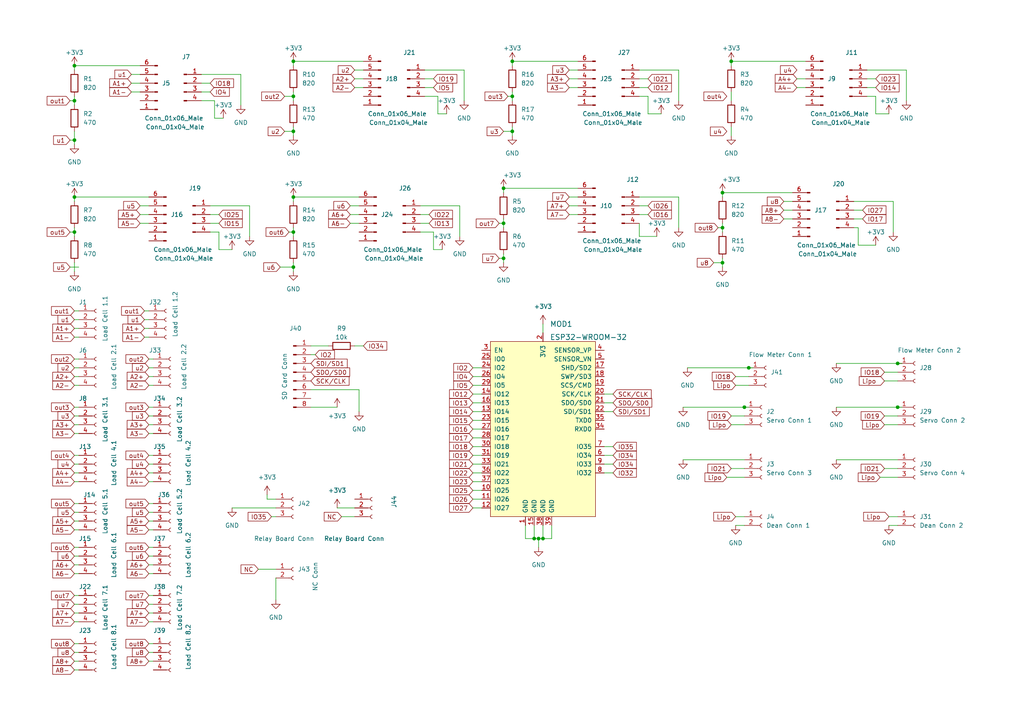
<source format=kicad_sch>
(kicad_sch (version 20211123) (generator eeschema)
  (paper "A4")
  (junction (at 21.59 29.21))
  (junction (at 260.35 105.41))
  (junction (at 21.59 19.05))
  (junction (at 156.21 156.21))
  (junction (at 148.59 38.1))
  (junction (at 148.59 27.94))
  (junction (at 21.59 67.31))
  (junction (at 146.05 54.61))
  (junction (at 85.09 67.31))
  (junction (at 146.05 74.93))
  (junction (at 217.17 106.68))
  (junction (at 157.48 156.21))
  (junction (at 154.94 156.21))
  (junction (at 85.09 27.94))
  (junction (at 215.9 118.11))
  (junction (at 21.59 57.15))
  (junction (at 85.09 38.1))
  (junction (at 148.59 17.78))
  (junction (at 21.59 40.64))
  (junction (at 209.55 76.2))
  (junction (at 85.09 17.78))
  (junction (at 212.09 17.78))
  (junction (at 85.09 77.47))
  (junction (at 209.55 55.88))
  (junction (at 85.09 57.15))
  (junction (at 260.35 118.11))
  (junction (at 146.05 64.77))
  (junction (at 209.55 66.04))
  (wire (pts (xy 21.59 66.04) (xy 21.59 67.31)))
  (wire (pts (xy 212.09 123.19) (xy 215.9 123.19)))
  (wire (pts (xy 185.42 25.4) (xy 187.96 25.4)))
  (wire (pts (xy 148.59 17.78) (xy 148.59 19.05)))
  (wire (pts (xy 21.59 90.17) (xy 22.86 90.17)))
  (wire (pts (xy 43.18 134.62) (xy 44.45 134.62)))
  (wire (pts (xy 256.54 123.19) (xy 260.35 123.19)))
  (wire (pts (xy 137.16 137.16) (xy 139.7 137.16)))
  (wire (pts (xy 148.59 17.78) (xy 167.64 17.78)))
  (wire (pts (xy 247.65 66.04) (xy 248.92 66.04)))
  (wire (pts (xy 21.59 76.2) (xy 21.59 78.74)))
  (wire (pts (xy 58.42 26.67) (xy 60.96 26.67)))
  (wire (pts (xy 43.18 191.77) (xy 44.45 191.77)))
  (wire (pts (xy 21.59 158.75) (xy 22.86 158.75)))
  (wire (pts (xy 262.89 20.32) (xy 262.89 29.21)))
  (wire (pts (xy 21.59 186.69) (xy 22.86 186.69)))
  (wire (pts (xy 63.5 67.31) (xy 63.5 72.39)))
  (wire (pts (xy 198.12 133.35) (xy 215.9 133.35)))
  (wire (pts (xy 259.08 58.42) (xy 259.08 67.31)))
  (wire (pts (xy 60.96 59.69) (xy 72.39 59.69)))
  (wire (pts (xy 213.36 109.22) (xy 217.17 109.22)))
  (wire (pts (xy 21.59 57.15) (xy 21.59 58.42)))
  (wire (pts (xy 175.26 116.84) (xy 177.8 116.84)))
  (wire (pts (xy 85.09 26.67) (xy 85.09 27.94)))
  (wire (pts (xy 90.17 102.87) (xy 91.44 102.87)))
  (wire (pts (xy 146.05 54.61) (xy 146.05 55.88)))
  (wire (pts (xy 97.79 147.32) (xy 102.87 147.32)))
  (wire (pts (xy 127 33.02) (xy 129.54 33.02)))
  (wire (pts (xy 137.16 106.68) (xy 139.7 106.68)))
  (wire (pts (xy 21.59 132.08) (xy 22.86 132.08)))
  (wire (pts (xy 146.05 73.66) (xy 146.05 74.93)))
  (wire (pts (xy 63.5 72.39) (xy 67.31 72.39)))
  (wire (pts (xy 255.27 138.43) (xy 260.35 138.43)))
  (wire (pts (xy 199.39 106.68) (xy 217.17 106.68)))
  (wire (pts (xy 43.18 158.75) (xy 44.45 158.75)))
  (wire (pts (xy 137.16 132.08) (xy 139.7 132.08)))
  (wire (pts (xy 247.65 63.5) (xy 250.19 63.5)))
  (wire (pts (xy 146.05 64.77) (xy 146.05 66.04)))
  (wire (pts (xy 154.94 156.21) (xy 156.21 156.21)))
  (wire (pts (xy 40.64 59.69) (xy 43.18 59.69)))
  (wire (pts (xy 209.55 66.04) (xy 209.55 67.31)))
  (wire (pts (xy 121.92 64.77) (xy 124.46 64.77)))
  (wire (pts (xy 90.17 118.11) (xy 97.79 118.11)))
  (wire (pts (xy 137.16 116.84) (xy 139.7 116.84)))
  (wire (pts (xy 257.81 152.4) (xy 260.35 152.4)))
  (wire (pts (xy 227.33 58.42) (xy 229.87 58.42)))
  (wire (pts (xy 144.78 74.93) (xy 146.05 74.93)))
  (wire (pts (xy 146.05 54.61) (xy 167.64 54.61)))
  (wire (pts (xy 43.18 180.34) (xy 44.45 180.34)))
  (wire (pts (xy 101.6 59.69) (xy 104.14 59.69)))
  (wire (pts (xy 148.59 27.94) (xy 148.59 29.21)))
  (wire (pts (xy 213.36 149.86) (xy 215.9 149.86)))
  (wire (pts (xy 74.93 165.1) (xy 80.01 165.1)))
  (wire (pts (xy 212.09 17.78) (xy 233.68 17.78)))
  (wire (pts (xy 137.16 142.24) (xy 139.7 142.24)))
  (wire (pts (xy 148.59 38.1) (xy 148.59 39.37)))
  (wire (pts (xy 165.1 62.23) (xy 167.64 62.23)))
  (wire (pts (xy 21.59 92.71) (xy 22.86 92.71)))
  (wire (pts (xy 62.23 29.21) (xy 62.23 34.29)))
  (wire (pts (xy 247.65 60.96) (xy 250.19 60.96)))
  (wire (pts (xy 21.59 29.21) (xy 20.32 29.21)))
  (wire (pts (xy 41.91 97.79) (xy 43.18 97.79)))
  (wire (pts (xy 99.06 149.86) (xy 102.87 149.86)))
  (wire (pts (xy 209.55 55.88) (xy 209.55 57.15)))
  (wire (pts (xy 137.16 124.46) (xy 139.7 124.46)))
  (wire (pts (xy 121.92 62.23) (xy 124.46 62.23)))
  (wire (pts (xy 60.96 64.77) (xy 63.5 64.77)))
  (wire (pts (xy 248.92 66.04) (xy 248.92 71.12)))
  (wire (pts (xy 95.25 100.33) (xy 90.17 100.33)))
  (wire (pts (xy 21.59 104.14) (xy 22.86 104.14)))
  (wire (pts (xy 21.59 189.23) (xy 22.86 189.23)))
  (wire (pts (xy 123.19 22.86) (xy 125.73 22.86)))
  (wire (pts (xy 43.18 148.59) (xy 44.45 148.59)))
  (wire (pts (xy 21.59 191.77) (xy 22.86 191.77)))
  (wire (pts (xy 21.59 40.64) (xy 20.32 40.64)))
  (wire (pts (xy 21.59 175.26) (xy 22.86 175.26)))
  (wire (pts (xy 185.42 64.77) (xy 185.42 68.58)))
  (wire (pts (xy 41.91 95.25) (xy 43.18 95.25)))
  (wire (pts (xy 21.59 123.19) (xy 22.86 123.19)))
  (wire (pts (xy 82.55 27.94) (xy 85.09 27.94)))
  (wire (pts (xy 43.18 177.8) (xy 44.45 177.8)))
  (wire (pts (xy 82.55 38.1) (xy 85.09 38.1)))
  (wire (pts (xy 137.16 139.7) (xy 139.7 139.7)))
  (wire (pts (xy 251.46 27.94) (xy 254 27.94)))
  (wire (pts (xy 185.42 20.32) (xy 196.85 20.32)))
  (wire (pts (xy 43.18 137.16) (xy 44.45 137.16)))
  (wire (pts (xy 21.59 166.37) (xy 22.86 166.37)))
  (wire (pts (xy 212.09 36.83) (xy 212.09 39.37)))
  (wire (pts (xy 134.62 20.32) (xy 134.62 29.21)))
  (wire (pts (xy 175.26 119.38) (xy 177.8 119.38)))
  (wire (pts (xy 187.96 27.94) (xy 187.96 33.02)))
  (wire (pts (xy 185.42 68.58) (xy 190.5 68.58)))
  (wire (pts (xy 38.1 26.67) (xy 40.64 26.67)))
  (wire (pts (xy 43.18 109.22) (xy 44.45 109.22)))
  (wire (pts (xy 60.96 62.23) (xy 63.5 62.23)))
  (wire (pts (xy 209.55 74.93) (xy 209.55 76.2)))
  (wire (pts (xy 21.59 29.21) (xy 21.59 30.48)))
  (wire (pts (xy 121.92 59.69) (xy 133.35 59.69)))
  (wire (pts (xy 85.09 38.1) (xy 85.09 39.37)))
  (wire (pts (xy 58.42 24.13) (xy 60.96 24.13)))
  (wire (pts (xy 256.54 107.95) (xy 260.35 107.95)))
  (wire (pts (xy 251.46 22.86) (xy 254 22.86)))
  (wire (pts (xy 185.42 57.15) (xy 196.85 57.15)))
  (wire (pts (xy 133.35 59.69) (xy 133.35 68.58)))
  (wire (pts (xy 147.32 27.94) (xy 148.59 27.94)))
  (wire (pts (xy 41.91 92.71) (xy 43.18 92.71)))
  (wire (pts (xy 85.09 57.15) (xy 104.14 57.15)))
  (wire (pts (xy 198.12 118.11) (xy 215.9 118.11)))
  (wire (pts (xy 40.64 21.59) (xy 38.1 21.59)))
  (wire (pts (xy 40.64 64.77) (xy 43.18 64.77)))
  (wire (pts (xy 185.42 59.69) (xy 187.96 59.69)))
  (wire (pts (xy 146.05 63.5) (xy 146.05 64.77)))
  (wire (pts (xy 43.18 151.13) (xy 44.45 151.13)))
  (wire (pts (xy 212.09 120.65) (xy 215.9 120.65)))
  (wire (pts (xy 157.48 93.98) (xy 157.48 96.52)))
  (wire (pts (xy 21.59 172.72) (xy 22.86 172.72)))
  (wire (pts (xy 80.01 173.99) (xy 80.01 167.64)))
  (wire (pts (xy 251.46 20.32) (xy 262.89 20.32)))
  (wire (pts (xy 157.48 152.4) (xy 157.48 156.21)))
  (wire (pts (xy 21.59 38.1) (xy 21.59 40.64)))
  (wire (pts (xy 85.09 17.78) (xy 105.41 17.78)))
  (wire (pts (xy 208.28 66.04) (xy 209.55 66.04)))
  (wire (pts (xy 175.26 132.08) (xy 177.8 132.08)))
  (wire (pts (xy 175.26 114.3) (xy 177.8 114.3)))
  (wire (pts (xy 160.02 156.21) (xy 157.48 156.21)))
  (wire (pts (xy 85.09 17.78) (xy 85.09 19.05)))
  (wire (pts (xy 242.57 133.35) (xy 260.35 133.35)))
  (wire (pts (xy 227.33 63.5) (xy 229.87 63.5)))
  (wire (pts (xy 81.28 77.47) (xy 85.09 77.47)))
  (wire (pts (xy 160.02 152.4) (xy 160.02 156.21)))
  (wire (pts (xy 43.18 172.72) (xy 44.45 172.72)))
  (wire (pts (xy 43.18 125.73) (xy 44.45 125.73)))
  (wire (pts (xy 104.14 113.03) (xy 104.14 119.38)))
  (wire (pts (xy 146.05 38.1) (xy 148.59 38.1)))
  (wire (pts (xy 21.59 163.83) (xy 22.86 163.83)))
  (wire (pts (xy 21.59 120.65) (xy 22.86 120.65)))
  (wire (pts (xy 123.19 27.94) (xy 127 27.94)))
  (wire (pts (xy 247.65 58.42) (xy 259.08 58.42)))
  (wire (pts (xy 137.16 134.62) (xy 139.7 134.62)))
  (wire (pts (xy 121.92 67.31) (xy 125.73 67.31)))
  (wire (pts (xy 242.57 105.41) (xy 260.35 105.41)))
  (wire (pts (xy 196.85 20.32) (xy 196.85 29.21)))
  (wire (pts (xy 43.18 120.65) (xy 44.45 120.65)))
  (wire (pts (xy 231.14 22.86) (xy 233.68 22.86)))
  (wire (pts (xy 21.59 161.29) (xy 22.86 161.29)))
  (wire (pts (xy 21.59 180.34) (xy 22.86 180.34)))
  (wire (pts (xy 43.18 132.08) (xy 44.45 132.08)))
  (wire (pts (xy 254 33.02) (xy 257.81 33.02)))
  (wire (pts (xy 21.59 57.15) (xy 43.18 57.15)))
  (wire (pts (xy 148.59 36.83) (xy 148.59 38.1)))
  (wire (pts (xy 165.1 25.4) (xy 167.64 25.4)))
  (wire (pts (xy 152.4 152.4) (xy 152.4 156.21)))
  (wire (pts (xy 123.19 25.4) (xy 125.73 25.4)))
  (wire (pts (xy 123.19 20.32) (xy 134.62 20.32)))
  (wire (pts (xy 175.26 129.54) (xy 177.8 129.54)))
  (wire (pts (xy 105.41 100.33) (xy 102.87 100.33)))
  (wire (pts (xy 242.57 118.11) (xy 260.35 118.11)))
  (wire (pts (xy 21.59 139.7) (xy 22.86 139.7)))
  (wire (pts (xy 156.21 156.21) (xy 156.21 158.75)))
  (wire (pts (xy 137.16 114.3) (xy 139.7 114.3)))
  (wire (pts (xy 146.05 74.93) (xy 146.05 76.2)))
  (wire (pts (xy 21.59 177.8) (xy 22.86 177.8)))
  (wire (pts (xy 85.09 77.47) (xy 85.09 78.74)))
  (wire (pts (xy 185.42 27.94) (xy 187.96 27.94)))
  (wire (pts (xy 209.55 64.77) (xy 209.55 66.04)))
  (wire (pts (xy 43.18 153.67) (xy 44.45 153.67)))
  (wire (pts (xy 43.18 123.19) (xy 44.45 123.19)))
  (wire (pts (xy 21.59 148.59) (xy 22.86 148.59)))
  (wire (pts (xy 43.18 161.29) (xy 44.45 161.29)))
  (wire (pts (xy 21.59 109.22) (xy 22.86 109.22)))
  (wire (pts (xy 260.35 105.41) (xy 261.62 105.41)))
  (wire (pts (xy 43.18 146.05) (xy 44.45 146.05)))
  (wire (pts (xy 152.4 156.21) (xy 154.94 156.21)))
  (wire (pts (xy 80.01 144.78) (xy 77.47 144.78)))
  (wire (pts (xy 127 27.94) (xy 127 33.02)))
  (wire (pts (xy 212.09 26.67) (xy 212.09 29.21)))
  (wire (pts (xy 77.47 144.78) (xy 77.47 143.51)))
  (wire (pts (xy 58.42 29.21) (xy 62.23 29.21)))
  (wire (pts (xy 254 27.94) (xy 254 33.02)))
  (wire (pts (xy 101.6 64.77) (xy 104.14 64.77)))
  (wire (pts (xy 21.59 137.16) (xy 22.86 137.16)))
  (wire (pts (xy 21.59 97.79) (xy 22.86 97.79)))
  (wire (pts (xy 257.81 149.86) (xy 260.35 149.86)))
  (wire (pts (xy 125.73 67.31) (xy 125.73 72.39)))
  (wire (pts (xy 185.42 62.23) (xy 187.96 62.23)))
  (wire (pts (xy 251.46 25.4) (xy 254 25.4)))
  (wire (pts (xy 43.18 175.26) (xy 44.45 175.26)))
  (wire (pts (xy 83.82 67.31) (xy 85.09 67.31)))
  (wire (pts (xy 187.96 33.02) (xy 191.77 33.02)))
  (wire (pts (xy 90.17 113.03) (xy 104.14 113.03)))
  (wire (pts (xy 157.48 156.21) (xy 156.21 156.21)))
  (wire (pts (xy 165.1 57.15) (xy 167.64 57.15)))
  (wire (pts (xy 20.32 77.47) (xy 22.86 77.47)))
  (wire (pts (xy 209.55 76.2) (xy 209.55 77.47)))
  (wire (pts (xy 196.85 57.15) (xy 196.85 66.04)))
  (wire (pts (xy 213.36 152.4) (xy 215.9 152.4)))
  (wire (pts (xy 165.1 59.69) (xy 167.64 59.69)))
  (wire (pts (xy 215.9 118.11) (xy 217.17 118.11)))
  (wire (pts (xy 21.59 146.05) (xy 22.86 146.05)))
  (wire (pts (xy 256.54 120.65) (xy 260.35 120.65)))
  (wire (pts (xy 21.59 153.67) (xy 22.86 153.67)))
  (wire (pts (xy 20.32 67.31) (xy 21.59 67.31)))
  (wire (pts (xy 137.16 129.54) (xy 139.7 129.54)))
  (wire (pts (xy 21.59 106.68) (xy 22.86 106.68)))
  (wire (pts (xy 185.42 22.86) (xy 187.96 22.86)))
  (wire (pts (xy 43.18 106.68) (xy 44.45 106.68)))
  (wire (pts (xy 21.59 27.94) (xy 21.59 29.21)))
  (wire (pts (xy 175.26 134.62) (xy 177.8 134.62)))
  (wire (pts (xy 217.17 106.68) (xy 218.44 106.68)))
  (wire (pts (xy 137.16 144.78) (xy 139.7 144.78)))
  (wire (pts (xy 248.92 71.12) (xy 254 71.12)))
  (wire (pts (xy 210.82 138.43) (xy 215.9 138.43)))
  (wire (pts (xy 85.09 67.31) (xy 85.09 68.58)))
  (wire (pts (xy 85.09 66.04) (xy 85.09 67.31)))
  (wire (pts (xy 137.16 111.76) (xy 139.7 111.76)))
  (wire (pts (xy 41.91 90.17) (xy 43.18 90.17)))
  (wire (pts (xy 137.16 119.38) (xy 139.7 119.38)))
  (wire (pts (xy 175.26 137.16) (xy 177.8 137.16)))
  (wire (pts (xy 148.59 26.67) (xy 148.59 27.94)))
  (wire (pts (xy 67.31 147.32) (xy 80.01 147.32)))
  (wire (pts (xy 21.59 19.05) (xy 21.59 20.32)))
  (wire (pts (xy 21.59 111.76) (xy 22.86 111.76)))
  (wire (pts (xy 227.33 60.96) (xy 229.87 60.96)))
  (wire (pts (xy 85.09 36.83) (xy 85.09 38.1)))
  (wire (pts (xy 43.18 186.69) (xy 44.45 186.69)))
  (wire (pts (xy 231.14 25.4) (xy 233.68 25.4)))
  (wire (pts (xy 85.09 27.94) (xy 85.09 29.21)))
  (wire (pts (xy 212.09 135.89) (xy 215.9 135.89)))
  (wire (pts (xy 43.18 189.23) (xy 44.45 189.23)))
  (wire (pts (xy 137.16 147.32) (xy 139.7 147.32)))
  (wire (pts (xy 207.01 76.2) (xy 209.55 76.2)))
  (wire (pts (xy 85.09 76.2) (xy 85.09 77.47)))
  (wire (pts (xy 209.55 55.88) (xy 229.87 55.88)))
  (wire (pts (xy 21.59 151.13) (xy 22.86 151.13)))
  (wire (pts (xy 38.1 24.13) (xy 40.64 24.13)))
  (wire (pts (xy 21.59 118.11) (xy 22.86 118.11)))
  (wire (pts (xy 69.85 21.59) (xy 69.85 30.48)))
  (wire (pts (xy 212.09 17.78) (xy 212.09 19.05)))
  (wire (pts (xy 256.54 110.49) (xy 260.35 110.49)))
  (wire (pts (xy 21.59 134.62) (xy 22.86 134.62)))
  (wire (pts (xy 101.6 62.23) (xy 104.14 62.23)))
  (wire (pts (xy 137.16 121.92) (xy 139.7 121.92)))
  (wire (pts (xy 85.09 57.15) (xy 85.09 58.42)))
  (wire (pts (xy 21.59 95.25) (xy 22.86 95.25)))
  (wire (pts (xy 21.59 67.31) (xy 21.59 68.58)))
  (wire (pts (xy 165.1 20.32) (xy 167.64 20.32)))
  (wire (pts (xy 137.16 109.22) (xy 139.7 109.22)))
  (wire (pts (xy 72.39 59.69) (xy 72.39 68.58)))
  (wire (pts (xy 40.64 62.23) (xy 43.18 62.23)))
  (wire (pts (xy 256.54 135.89) (xy 260.35 135.89)))
  (wire (pts (xy 102.87 20.32) (xy 105.41 20.32)))
  (wire (pts (xy 43.18 111.76) (xy 44.45 111.76)))
  (wire (pts (xy 213.36 111.76) (xy 217.17 111.76)))
  (wire (pts (xy 154.94 152.4) (xy 154.94 156.21)))
  (wire (pts (xy 137.16 127) (xy 139.7 127)))
  (wire (pts (xy 43.18 163.83) (xy 44.45 163.83)))
  (wire (pts (xy 102.87 25.4) (xy 105.41 25.4)))
  (wire (pts (xy 58.42 21.59) (xy 69.85 21.59)))
  (wire (pts (xy 43.18 139.7) (xy 44.45 139.7)))
  (wire (pts (xy 62.23 34.29) (xy 64.77 34.29)))
  (wire (pts (xy 102.87 22.86) (xy 105.41 22.86)))
  (wire (pts (xy 165.1 22.86) (xy 167.64 22.86)))
  (wire (pts (xy 144.78 64.77) (xy 146.05 64.77)))
  (wire (pts (xy 260.35 118.11) (xy 261.62 118.11)))
  (wire (pts (xy 21.59 40.64) (xy 21.59 41.91)))
  (wire (pts (xy 43.18 104.14) (xy 44.45 104.14)))
  (wire (pts (xy 60.96 67.31) (xy 63.5 67.31)))
  (wire (pts (xy 43.18 118.11) (xy 44.45 118.11)))
  (wire (pts (xy 125.73 72.39) (xy 128.27 72.39)))
  (wire (pts (xy 43.18 166.37) (xy 44.45 166.37)))
  (wire (pts (xy 21.59 125.73) (xy 22.86 125.73)))
  (wire (pts (xy 21.59 194.31) (xy 22.86 194.31)))
  (wire (pts (xy 78.74 149.86) (xy 80.01 149.86)))
  (wire (pts (xy 21.59 19.05) (xy 40.64 19.05)))
  (global_label "A4-" (shape input) (at 21.59 139.7 180) (property "Intersheet References" "${INTERSHEET_REFS}" (effects hide)))
  (global_label "IO15" (shape input) (at 137.16 121.92 180) (property "Intersheet References" "${INTERSHEET_REFS}" (effects hide)))
  (global_label "u1" (shape input) (at 20.32 40.64 180) (property "Intersheet References" "${INTERSHEET_REFS}" (effects hide)))
  (global_label "IO22" (shape input) (at 137.16 137.16 180) (property "Intersheet References" "${INTERSHEET_REFS}" (effects hide)))
  (global_label "u4" (shape input) (at 43.18 134.62 180) (property "Intersheet References" "${INTERSHEET_REFS}" (effects hide)))
  (global_label "IO17" (shape input) (at 250.19 63.5 0) (property "Intersheet References" "${INTERSHEET_REFS}" (effects hide)))
  (global_label "IO27" (shape input) (at 137.16 147.32 180) (property "Intersheet References" "${INTERSHEET_REFS}" (effects hide)))
  (global_label "u4" (shape input) (at 231.14 20.32 180) (property "Intersheet References" "${INTERSHEET_REFS}" (effects hide)))
  (global_label "IO12" (shape input) (at 187.96 25.4 0) (property "Intersheet References" "${INTERSHEET_REFS}" (effects hide)))
  (global_label "A2-" (shape input) (at 102.87 25.4 180) (property "Intersheet References" "${INTERSHEET_REFS}" (effects hide)))
  (global_label "u6" (shape input) (at 43.18 161.29 180) (property "Intersheet References" "${INTERSHEET_REFS}" (effects hide)))
  (global_label "IO25" (shape input) (at 137.16 142.24 180) (property "Intersheet References" "${INTERSHEET_REFS}" (effects hide)))
  (global_label "A8-" (shape input) (at 21.59 194.31 180) (property "Intersheet References" "${INTERSHEET_REFS}" (effects hide)))
  (global_label "u6" (shape input) (at 81.28 77.47 180) (property "Intersheet References" "${INTERSHEET_REFS}" (effects hide)))
  (global_label "SDO{slash}SD0" (shape input) (at 90.17 107.95 0) (property "Intersheet References" "${INTERSHEET_REFS}" (effects hide)))
  (global_label "A6-" (shape input) (at 43.18 166.37 180) (property "Intersheet References" "${INTERSHEET_REFS}" (effects hide)))
  (global_label "u2" (shape input) (at 43.18 106.68 180) (property "Intersheet References" "${INTERSHEET_REFS}" (effects hide)))
  (global_label "out8" (shape input) (at 208.28 66.04 180) (property "Intersheet References" "${INTERSHEET_REFS}" (effects hide)))
  (global_label "A6+" (shape input) (at 43.18 163.83 180) (property "Intersheet References" "${INTERSHEET_REFS}" (effects hide)))
  (global_label "IO5" (shape input) (at 137.16 111.76 180) (property "Intersheet References" "${INTERSHEET_REFS}" (effects hide)))
  (global_label "out1" (shape input) (at 21.59 90.17 180) (property "Intersheet References" "${INTERSHEET_REFS}" (effects hide)))
  (global_label "out3" (shape input) (at 43.18 118.11 180) (property "Intersheet References" "${INTERSHEET_REFS}" (effects hide)))
  (global_label "SCK{slash}CLK" (shape input) (at 90.17 110.49 0) (property "Intersheet References" "${INTERSHEET_REFS}" (effects hide)))
  (global_label "A7-" (shape input) (at 21.59 180.34 180) (property "Intersheet References" "${INTERSHEET_REFS}" (effects hide)))
  (global_label "A5-" (shape input) (at 40.64 64.77 180) (property "Intersheet References" "${INTERSHEET_REFS}" (effects hide)))
  (global_label "IO21" (shape input) (at 187.96 22.86 0) (property "Intersheet References" "${INTERSHEET_REFS}" (effects hide)))
  (global_label "A2+" (shape input) (at 102.87 22.86 180) (property "Intersheet References" "${INTERSHEET_REFS}" (effects hide)))
  (global_label "IO2" (shape input) (at 137.16 106.68 180) (property "Intersheet References" "${INTERSHEET_REFS}" (effects hide)))
  (global_label "A5-" (shape input) (at 43.18 153.67 180) (property "Intersheet References" "${INTERSHEET_REFS}" (effects hide)))
  (global_label "out6" (shape input) (at 43.18 158.75 180) (property "Intersheet References" "${INTERSHEET_REFS}" (effects hide)))
  (global_label "out4" (shape input) (at 210.82 27.94 180) (property "Intersheet References" "${INTERSHEET_REFS}" (effects hide)))
  (global_label "u2" (shape input) (at 82.55 38.1 180) (property "Intersheet References" "${INTERSHEET_REFS}" (effects hide)))
  (global_label "IO18" (shape input) (at 213.36 109.22 180) (property "Intersheet References" "${INTERSHEET_REFS}" (effects hide)))
  (global_label "A1+" (shape input) (at 41.91 95.25 180) (property "Intersheet References" "${INTERSHEET_REFS}" (effects hide)))
  (global_label "u5" (shape input) (at 40.64 59.69 180) (property "Intersheet References" "${INTERSHEET_REFS}" (effects hide)))
  (global_label "out6" (shape input) (at 83.82 67.31 180) (property "Intersheet References" "${INTERSHEET_REFS}" (effects hide)))
  (global_label "out7" (shape input) (at 144.78 64.77 180) (property "Intersheet References" "${INTERSHEET_REFS}" (effects hide)))
  (global_label "IO34" (shape input) (at 177.8 132.08 0) (property "Intersheet References" "${INTERSHEET_REFS}" (effects hide)))
  (global_label "IO19" (shape input) (at 212.09 120.65 180) (property "Intersheet References" "${INTERSHEET_REFS}" (effects hide)))
  (global_label "out3" (shape input) (at 147.32 27.94 180) (property "Intersheet References" "${INTERSHEET_REFS}" (effects hide)))
  (global_label "A4-" (shape input) (at 231.14 25.4 180) (property "Intersheet References" "${INTERSHEET_REFS}" (effects hide)))
  (global_label "IO25" (shape input) (at 63.5 62.23 0) (property "Intersheet References" "${INTERSHEET_REFS}" (effects hide)))
  (global_label "IO19" (shape input) (at 256.54 120.65 180) (property "Intersheet References" "${INTERSHEET_REFS}" (effects hide)))
  (global_label "A2+" (shape input) (at 21.59 109.22 180) (property "Intersheet References" "${INTERSHEET_REFS}" (effects hide)))
  (global_label "u2" (shape input) (at 21.59 106.68 180) (property "Intersheet References" "${INTERSHEET_REFS}" (effects hide)))
  (global_label "out7" (shape input) (at 21.59 172.72 180) (property "Intersheet References" "${INTERSHEET_REFS}" (effects hide)))
  (global_label "u3" (shape input) (at 21.59 120.65 180) (property "Intersheet References" "${INTERSHEET_REFS}" (effects hide)))
  (global_label "A4+" (shape input) (at 43.18 137.16 180) (property "Intersheet References" "${INTERSHEET_REFS}" (effects hide)))
  (global_label "u7" (shape input) (at 144.78 74.93 180) (property "Intersheet References" "${INTERSHEET_REFS}" (effects hide)))
  (global_label "Lipo" (shape input) (at 212.09 123.19 180) (property "Intersheet References" "${INTERSHEET_REFS}" (effects hide)))
  (global_label "Lipo" (shape input) (at 210.82 138.43 180) (property "Intersheet References" "${INTERSHEET_REFS}" (effects hide)))
  (global_label "u7" (shape input) (at 21.59 175.26 180) (property "Intersheet References" "${INTERSHEET_REFS}" (effects hide)))
  (global_label "A4+" (shape input) (at 21.59 137.16 180) (property "Intersheet References" "${INTERSHEET_REFS}" (effects hide)))
  (global_label "u7" (shape input) (at 165.1 57.15 180) (property "Intersheet References" "${INTERSHEET_REFS}" (effects hide)))
  (global_label "u3" (shape input) (at 43.18 120.65 180) (property "Intersheet References" "${INTERSHEET_REFS}" (effects hide)))
  (global_label "IO26" (shape input) (at 187.96 59.69 0) (property "Intersheet References" "${INTERSHEET_REFS}" (effects hide)))
  (global_label "u2" (shape input) (at 102.87 20.32 180) (property "Intersheet References" "${INTERSHEET_REFS}" (effects hide)))
  (global_label "IO22" (shape input) (at 124.46 62.23 0) (property "Intersheet References" "${INTERSHEET_REFS}" (effects hide)))
  (global_label "IO21" (shape input) (at 137.16 134.62 180) (property "Intersheet References" "${INTERSHEET_REFS}" (effects hide)))
  (global_label "IO17" (shape input) (at 137.16 127 180) (property "Intersheet References" "${INTERSHEET_REFS}" (effects hide)))
  (global_label "Lipo" (shape input) (at 213.36 111.76 180) (property "Intersheet References" "${INTERSHEET_REFS}" (effects hide)))
  (global_label "A8-" (shape input) (at 227.33 63.5 180) (property "Intersheet References" "${INTERSHEET_REFS}" (effects hide)))
  (global_label "IO14" (shape input) (at 137.16 119.38 180) (property "Intersheet References" "${INTERSHEET_REFS}" (effects hide)))
  (global_label "A4-" (shape input) (at 43.18 139.7 180) (property "Intersheet References" "${INTERSHEET_REFS}" (effects hide)))
  (global_label "out4" (shape input) (at 21.59 132.08 180) (property "Intersheet References" "${INTERSHEET_REFS}" (effects hide)))
  (global_label "Lipo" (shape input) (at 256.54 123.19 180) (property "Intersheet References" "${INTERSHEET_REFS}" (effects hide)))
  (global_label "IO34" (shape input) (at 177.8 134.62 0) (property "Intersheet References" "${INTERSHEET_REFS}" (effects hide)))
  (global_label "u4" (shape input) (at 210.82 38.1 180) (property "Intersheet References" "${INTERSHEET_REFS}" (effects hide)))
  (global_label "IO4" (shape input) (at 137.16 109.22 180) (property "Intersheet References" "${INTERSHEET_REFS}" (effects hide)))
  (global_label "out3" (shape input) (at 21.59 118.11 180) (property "Intersheet References" "${INTERSHEET_REFS}" (effects hide)))
  (global_label "Lipo" (shape input) (at 255.27 138.43 180) (property "Intersheet References" "${INTERSHEET_REFS}" (effects hide)))
  (global_label "u1" (shape input) (at 38.1 21.59 180) (property "Intersheet References" "${INTERSHEET_REFS}" (effects hide)))
  (global_label "IO13" (shape input) (at 124.46 64.77 0) (property "Intersheet References" "${INTERSHEET_REFS}" (effects hide)))
  (global_label "A6+" (shape input) (at 21.59 163.83 180) (property "Intersheet References" "${INTERSHEET_REFS}" (effects hide)))
  (global_label "IO4" (shape input) (at 60.96 26.67 0) (property "Intersheet References" "${INTERSHEET_REFS}" (effects hide)))
  (global_label "A3+" (shape input) (at 43.18 123.19 180) (property "Intersheet References" "${INTERSHEET_REFS}" (effects hide)))
  (global_label "A7+" (shape input) (at 165.1 59.69 180) (property "Intersheet References" "${INTERSHEET_REFS}" (effects hide)))
  (global_label "out8" (shape input) (at 21.59 186.69 180) (property "Intersheet References" "${INTERSHEET_REFS}" (effects hide)))
  (global_label "u8" (shape input) (at 43.18 189.23 180) (property "Intersheet References" "${INTERSHEET_REFS}" (effects hide)))
  (global_label "u8" (shape input) (at 207.01 76.2 180) (property "Intersheet References" "${INTERSHEET_REFS}" (effects hide)))
  (global_label "IO18" (shape input) (at 256.54 107.95 180) (property "Intersheet References" "${INTERSHEET_REFS}" (effects hide)))
  (global_label "out7" (shape input) (at 43.18 172.72 180) (property "Intersheet References" "${INTERSHEET_REFS}" (effects hide)))
  (global_label "A3-" (shape input) (at 165.1 25.4 180) (property "Intersheet References" "${INTERSHEET_REFS}" (effects hide)))
  (global_label "IO2" (shape input) (at 91.44 102.87 0) (property "Intersheet References" "${INTERSHEET_REFS}" (effects hide)))
  (global_label "NC" (shape input) (at 74.93 165.1 180) (property "Intersheet References" "${INTERSHEET_REFS}" (effects hide)))
  (global_label "u1" (shape input) (at 41.91 92.71 180) (property "Intersheet References" "${INTERSHEET_REFS}" (effects hide)))
  (global_label "Lipo " (shape input) (at 257.81 149.86 180) (property "Intersheet References" "${INTERSHEET_REFS}" (effects hide)))
  (global_label "IO23" (shape input) (at 137.16 139.7 180) (property "Intersheet References" "${INTERSHEET_REFS}" (effects hide)))
  (global_label "A6-" (shape input) (at 101.6 64.77 180) (property "Intersheet References" "${INTERSHEET_REFS}" (effects hide)))
  (global_label "A5+" (shape input) (at 43.18 151.13 180) (property "Intersheet References" "${INTERSHEET_REFS}" (effects hide)))
  (global_label "out1" (shape input) (at 41.91 90.17 180) (property "Intersheet References" "${INTERSHEET_REFS}" (effects hide)))
  (global_label "IO12" (shape input) (at 137.16 114.3 180) (property "Intersheet References" "${INTERSHEET_REFS}" (effects hide)))
  (global_label "IO16" (shape input) (at 137.16 124.46 180) (property "Intersheet References" "${INTERSHEET_REFS}" (effects hide)))
  (global_label "A8+" (shape input) (at 21.59 191.77 180) (property "Intersheet References" "${INTERSHEET_REFS}" (effects hide)))
  (global_label "u3" (shape input) (at 146.05 38.1 180) (property "Intersheet References" "${INTERSHEET_REFS}" (effects hide)))
  (global_label "out6" (shape input) (at 21.59 158.75 180) (property "Intersheet References" "${INTERSHEET_REFS}" (effects hide)))
  (global_label "A8+" (shape input) (at 43.18 191.77 180) (property "Intersheet References" "${INTERSHEET_REFS}" (effects hide)))
  (global_label "out2" (shape input) (at 82.55 27.94 180) (property "Intersheet References" "${INTERSHEET_REFS}" (effects hide)))
  (global_label "IO14" (shape input) (at 254 25.4 0) (property "Intersheet References" "${INTERSHEET_REFS}" (effects hide)))
  (global_label "A1-" (shape input) (at 41.91 97.79 180) (property "Intersheet References" "${INTERSHEET_REFS}" (effects hide)))
  (global_label "A7-" (shape input) (at 165.1 62.23 180) (property "Intersheet References" "${INTERSHEET_REFS}" (effects hide)))
  (global_label "NC" (shape input) (at 99.06 149.86 180) (property "Intersheet References" "${INTERSHEET_REFS}" (effects hide)))
  (global_label "IO19" (shape input) (at 125.73 22.86 0) (property "Intersheet References" "${INTERSHEET_REFS}" (effects hide)))
  (global_label "IO5" (shape input) (at 125.73 25.4 0) (property "Intersheet References" "${INTERSHEET_REFS}" (effects hide)))
  (global_label "A5+" (shape input) (at 21.59 151.13 180) (property "Intersheet References" "${INTERSHEET_REFS}" (effects hide)))
  (global_label "A5-" (shape input) (at 21.59 153.67 180) (property "Intersheet References" "${INTERSHEET_REFS}" (effects hide)))
  (global_label "A2+" (shape input) (at 43.18 109.22 180) (property "Intersheet References" "${INTERSHEET_REFS}" (effects hide)))
  (global_label "A8+" (shape input) (at 227.33 60.96 180) (property "Intersheet References" "${INTERSHEET_REFS}" (effects hide)))
  (global_label "A6+" (shape input) (at 101.6 62.23 180) (property "Intersheet References" "${INTERSHEET_REFS}" (effects hide)))
  (global_label "u4" (shape input) (at 21.59 134.62 180) (property "Intersheet References" "${INTERSHEET_REFS}" (effects hide)))
  (global_label "IO27" (shape input) (at 250.19 60.96 0) (property "Intersheet References" "${INTERSHEET_REFS}" (effects hide)))
  (global_label "A1+" (shape input) (at 21.59 95.25 180) (property "Intersheet References" "${INTERSHEET_REFS}" (effects hide)))
  (global_label "A3+" (shape input) (at 165.1 22.86 180) (property "Intersheet References" "${INTERSHEET_REFS}" (effects hide)))
  (global_label "A7+" (shape input) (at 21.59 177.8 180) (property "Intersheet References" "${INTERSHEET_REFS}" (effects hide)))
  (global_label "IO23" (shape input) (at 254 22.86 0) (property "Intersheet References" "${INTERSHEET_REFS}" (effects hide)))
  (global_label "A2-" (shape input) (at 43.18 111.76 180) (property "Intersheet References" "${INTERSHEET_REFS}" (effects hide)))
  (global_label "out5" (shape input) (at 20.32 67.31 180) (property "Intersheet References" "${INTERSHEET_REFS}" (effects hide)))
  (global_label "SDI{slash}SD1" (shape input) (at 177.8 119.38 0) (property "Intersheet References" "${INTERSHEET_REFS}" (effects hide)))
  (global_label "A7-" (shape input) (at 43.18 180.34 180) (property "Intersheet References" "${INTERSHEET_REFS}" (effects hide)))
  (global_label "IO15" (shape input) (at 63.5 64.77 0) (property "Intersheet References" "${INTERSHEET_REFS}" (effects hide)))
  (global_label "A3-" (shape input) (at 43.18 125.73 180) (property "Intersheet References" "${INTERSHEET_REFS}" (effects hide)))
  (global_label "IO34" (shape input) (at 105.41 100.33 0) (property "Intersheet References" "${INTERSHEET_REFS}" (effects hide)))
  (global_label "A4+" (shape input) (at 231.14 22.86 180) (property "Intersheet References" "${INTERSHEET_REFS}" (effects hide)))
  (global_label "IO16" (shape input) (at 187.96 62.23 0) (property "Intersheet References" "${INTERSHEET_REFS}" (effects hide)))
  (global_label "A3+" (shape input) (at 21.59 123.19 180) (property "Intersheet References" "${INTERSHEET_REFS}" (effects hide)))
  (global_label "u1" (shape input) (at 21.59 92.71 180) (property "Intersheet References" "${INTERSHEET_REFS}" (effects hide)))
  (global_label "IO18" (shape input) (at 60.96 24.13 0) (property "Intersheet References" "${INTERSHEET_REFS}" (effects hide)))
  (global_label "IO19" (shape input) (at 137.16 132.08 180) (property "Intersheet References" "${INTERSHEET_REFS}" (effects hide)))
  (global_label "out1" (shape input) (at 20.32 29.21 180) (property "Intersheet References" "${INTERSHEET_REFS}" (effects hide)))
  (global_label "A1-" (shape input) (at 38.1 26.67 180) (property "Intersheet References" "${INTERSHEET_REFS}" (effects hide)))
  (global_label "IO21" (shape input) (at 256.54 135.89 180) (property "Intersheet References" "${INTERSHEET_REFS}" (effects hide)))
  (global_label "out4" (shape input) (at 43.18 132.08 180) (property "Intersheet References" "${INTERSHEET_REFS}" (effects hide)))
  (global_label "A5+" (shape input) (at 40.64 62.23 180) (property "Intersheet References" "${INTERSHEET_REFS}" (effects hide)))
  (global_label "u8" (shape input) (at 227.33 58.42 180) (property "Intersheet References" "${INTERSHEET_REFS}" (effects hide)))
  (global_label "IO18" (shape input) (at 137.16 129.54 180) (property "Intersheet References" "${INTERSHEET_REFS}" (effects hide)))
  (global_label "SCK{slash}CLK" (shape input) (at 177.8 114.3 0) (property "Intersheet References" "${INTERSHEET_REFS}" (effects hide)))
  (global_label "IO32" (shape input) (at 177.8 137.16 0) (property "Intersheet References" "${INTERSHEET_REFS}" (effects hide)))
  (global_label "u5" (shape input) (at 43.18 148.59 180) (property "Intersheet References" "${INTERSHEET_REFS}" (effects hide)))
  (global_label "A1+" (shape input) (at 38.1 24.13 180) (property "Intersheet References" "${INTERSHEET_REFS}" (effects hide)))
  (global_label "u8" (shape input) (at 21.59 189.23 180) (property "Intersheet References" "${INTERSHEET_REFS}" (effects hide)))
  (global_label "IO26" (shape input) (at 137.16 144.78 180) (property "Intersheet References" "${INTERSHEET_REFS}" (effects hide)))
  (global_label "out5" (shape input) (at 43.18 146.05 180) (property "Intersheet References" "${INTERSHEET_REFS}" (effects hide)))
  (global_label "A1-" (shape input) (at 21.59 97.79 180) (property "Intersheet References" "${INTERSHEET_REFS}" (effects hide)))
  (global_label "A6-" (shape input) (at 21.59 166.37 180) (property "Intersheet References" "${INTERSHEET_REFS}" (effects hide)))
  (global_label "A3-" (shape input) (at 21.59 125.73 180) (property "Intersheet References" "${INTERSHEET_REFS}" (effects hide)))
  (global_label "SDO{slash}SD0" (shape input) (at 177.8 116.84 0) (property "Intersheet References" "${INTERSHEET_REFS}" (effects hide)))
  (global_label "SDI{slash}SD1" (shape input) (at 90.17 105.41 0) (property "Intersheet References" "${INTERSHEET_REFS}" (effects hide)))
  (global_label "IO35" (shape input) (at 78.74 149.86 180) (property "Intersheet References" "${INTERSHEET_REFS}" (effects hide)))
  (global_label "out2" (shape input) (at 43.18 104.14 180) (property "Intersheet References" "${INTERSHEET_REFS}" (effects hide)))
  (global_label "A7+" (shape input) (at 43.18 177.8 180) (property "Intersheet References" "${INTERSHEET_REFS}" (effects hide)))
  (global_label "IO35" (shape input) (at 177.8 129.54 0) (property "Intersheet References" "${INTERSHEET_REFS}" (effects hide)))
  (global_label "Lipo " (shape input) (at 256.54 110.49 180) (property "Intersheet References" "${INTERSHEET_REFS}" (effects hide)))
  (global_label "u3" (shape input) (at 165.1 20.32 180) (property "Intersheet References" "${INTERSHEET_REFS}" (effects hide)))
  (global_label "u6" (shape input) (at 21.59 161.29 180) (property "Intersheet References" "${INTERSHEET_REFS}" (effects hide)))
  (global_label "u5" (shape input) (at 21.59 148.59 180) (property "Intersheet References" "${INTERSHEET_REFS}" (effects hide)))
  (global_label "u6" (shape input) (at 101.6 59.69 180) (property "Intersheet References" "${INTERSHEET_REFS}" (effects hide)))
  (global_label "IO13" (shape input) (at 137.16 116.84 180) (property "Intersheet References" "${INTERSHEET_REFS}" (effects hide)))
  (global_label "u5" (shape input) (at 20.32 77.47 180) (property "Intersheet References" "${INTERSHEET_REFS}" (effects hide)))
  (global_label "Lipo" (shape input) (at 213.36 149.86 180) (property "Intersheet References" "${INTERSHEET_REFS}" (effects hide)))
  (global_label "u7" (shape input) (at 43.18 175.26 180) (property "Intersheet References" "${INTERSHEET_REFS}" (effects hide)))
  (global_label "IO21" (shape input) (at 212.09 135.89 180) (property "Intersheet References" "${INTERSHEET_REFS}" (effects hide)))
  (global_label "out5" (shape input) (at 21.59 146.05 180) (property "Intersheet References" "${INTERSHEET_REFS}" (effects hide)))
  (global_label "out8" (shape input) (at 43.18 186.69 180) (property "Intersheet References" "${INTERSHEET_REFS}" (effects hide)))
  (global_label "A2-" (shape input) (at 21.59 111.76 180) (property "Intersheet References" "${INTERSHEET_REFS}" (effects hide)))
  (global_label "out2" (shape input) (at 21.59 104.14 180) (property "Intersheet References" "${INTERSHEET_REFS}" (effects hide)))
  (symbol (lib_id "power:+3.3V") (at 257.81 33.02 0) (unit 1)
    (property "Reference" "#PWR08" (effects hide))
    (property "Value" "+3.3V" (at 257.81 29.21 0))
  )
  (symbol (lib_id "power:+3.3V") (at 209.55 55.88 0) (unit 1)
    (property "Reference" "#PWR026" (effects hide))
    (property "Value" "+3.3V" (at 212.09 52.07 0))
  )
  (symbol (lib_id "power:+3.3V") (at 190.5 68.58 0) (unit 1)
    (property "Reference" "#PWR07" (effects hide))
    (property "Value" "+3.3V" (at 190.5 64.77 0))
  )
  (symbol (lib_id "Connector:Conn_01x04_Female") (at 27.94 106.68 0) (unit 1)
    (property "Reference" "J6" (at 22.86 101.6 0) (effects (justify left)))
    (property "Value" "Load Cell 2.1" (at 33.02 113.03 90) (effects (justify left)))
  )
  (symbol (lib_id "Connector:Conn_01x04_Male") (at 180.34 22.86 0) (unit 1)
    (property "Reference" "J27" (at 180.975 15.24 0))
    (property "Value" "Conn_01x04_Male" (at 177.8 35.56 0))
  )
  (symbol (lib_id "Device:R") (at 146.05 69.85 180) (unit 1)
    (property "Reference" "R6" (at 148.59 68.5799 0) (effects (justify right)))
    (property "Value" "470" (at 148.59 71.1199 0) (effects (justify right)))
    (property "Footprint" "Resistor_SMD:R_0201_0603Metric" (effects hide))
  )
  (symbol (lib_id "Connector:Conn_01x06_Male") (at 234.95 63.5 180) (unit 1)
    (property "Reference" "J17" (at 236.22 60.9599 0) (effects (justify right)))
    (property "Value" "Conn_01x06_Male" (at 231.14 71.12 0) (effects (justify right)))
  )
  (symbol (lib_id "power:+3.3V") (at 97.79 147.32 0) (unit 1)
    (property "Reference" "#PWR047" (effects hide))
    (property "Value" "+3.3V" (at 97.79 142.24 0))
  )
  (symbol (lib_id "power:GND") (at 21.59 41.91 0) (unit 1)
    (property "Reference" "#PWR04" (effects hide))
    (property "Value" "GND" (at 21.59 46.99 0))
  )
  (symbol (lib_id "Connector:Conn_01x04_Male") (at 55.88 62.23 0) (unit 1)
    (property "Reference" "J19" (at 56.515 54.61 0))
    (property "Value" "Conn_01x04_Male" (at 53.34 74.93 0))
  )
  (symbol (lib_id "power:GND") (at 262.89 29.21 0) (unit 1)
    (property "Reference" "#PWR013" (effects hide))
    (property "Value" "GND" (at 262.89 34.29 0))
  )
  (symbol (lib_id "power:GND") (at 196.85 29.21 0) (unit 1)
    (property "Reference" "#PWR040" (effects hide))
    (property "Value" "GND" (at 196.85 34.29 0))
  )
  (symbol (lib_id "power:+3.3V") (at 97.79 118.11 0) (unit 1)
    (property "Reference" "#PWR045" (effects hide))
    (property "Value" "+3.3V" (at 97.79 120.65 0))
  )
  (symbol (lib_id "power:+3.3V") (at 157.48 93.98 0) (unit 1)
    (property "Reference" "#PWR02" (effects hide))
    (property "Value" "+3.3V" (at 157.48 88.9 0))
  )
  (symbol (lib_id "power:GND") (at 72.39 68.58 0) (unit 1)
    (property "Reference" "#PWR030" (effects hide))
    (property "Value" "GND" (at 72.39 73.66 0))
  )
  (symbol (lib_id "Device:R") (at 148.59 33.02 180) (unit 1)
    (property "Reference" "R17" (at 151.13 31.7499 0) (effects (justify right)))
    (property "Value" "470" (at 151.13 34.2899 0) (effects (justify right)))
    (property "Footprint" "Resistor_SMD:R_0201_0603Metric" (effects hide))
  )
  (symbol (lib_id "power:GND") (at 199.39 106.68 0) (unit 1)
    (property "Reference" "#PWR046" (effects hide))
    (property "Value" "GND" (at 199.39 111.76 0))
  )
  (symbol (lib_id "Connector:Conn_01x04_Male") (at 53.34 24.13 0) (unit 1)
    (property "Reference" "J7" (at 53.975 16.51 0))
    (property "Value" "Conn_01x04_Male" (at 50.8 36.83 0))
  )
  (symbol (lib_id "power:GND") (at 242.57 133.35 0) (unit 1)
    (property "Reference" "#PWR041" (effects hide))
    (property "Value" "GND" (at 242.57 138.43 0))
  )
  (symbol (lib_id "Device:R") (at 212.09 22.86 180) (unit 1)
    (property "Reference" "R3" (at 214.63 21.5899 0) (effects (justify right)))
    (property "Value" "820" (at 214.63 24.1299 0) (effects (justify right)))
    (property "Footprint" "Resistor_SMD:R_0201_0603Metric" (effects hide))
  )
  (symbol (lib_id "Device:R") (at 85.09 22.86 180) (unit 1)
    (property "Reference" "R10" (at 87.63 21.5899 0) (effects (justify right)))
    (property "Value" "820" (at 87.63 24.1299 0) (effects (justify right)))
    (property "Footprint" "Resistor_SMD:R_0201_0603Metric" (effects hide))
  )
  (symbol (lib_id "Connector:Conn_01x06_Male") (at 172.72 25.4 180) (unit 1)
    (property "Reference" "J25" (at 173.99 22.8599 0) (effects (justify right)))
    (property "Value" "Conn_01x06_Male" (at 168.91 33.02 0) (effects (justify right)))
  )
  (symbol (lib_id "Connector:Conn_01x04_Female") (at 27.94 92.71 0) (unit 1)
    (property "Reference" "J1" (at 22.86 87.63 0) (effects (justify left)))
    (property "Value" "Load Cell 1.1" (at 30.48 99.06 90) (effects (justify left)))
  )
  (symbol (lib_id "Connector:Conn_01x03_Female") (at 220.98 135.89 0) (unit 1)
    (property "Reference" "J3" (at 222.25 134.6199 0) (effects (justify left)))
    (property "Value" "Servo Conn 3" (at 222.25 137.1599 0) (effects (justify left)))
  )
  (symbol (lib_id "Device:R") (at 21.59 62.23 180) (unit 1)
    (property "Reference" "R7" (at 24.13 60.9599 0) (effects (justify right)))
    (property "Value" "820" (at 24.13 63.4999 0) (effects (justify right)))
    (property "Footprint" "Resistor_SMD:R_0201_0603Metric" (effects hide))
  )
  (symbol (lib_id "Device:R") (at 21.59 72.39 180) (unit 1)
    (property "Reference" "R8" (at 24.13 71.1199 0) (effects (justify right)))
    (property "Value" "470" (at 24.13 73.6599 0) (effects (justify right)))
    (property "Footprint" "Resistor_SMD:R_0201_0603Metric" (effects hide))
  )
  (symbol (lib_id "dk_RF-Transceiver-Modules:ESP32-WROOM-32") (at 152.4 99.06 0) (unit 1)
    (property "Reference" "MOD1" (at 159.4994 93.98 0) (effects (font (size 1.524 1.524)) (justify left)))
    (property "Value" "ESP32-WROOM-32" (at 159.4994 97.79 0) (effects (font (size 1.524 1.524)) (justify left)))
    (property "Footprint" "digikey-footprints:ESP32-WROOM-32D" (effects hide))
    (property "Datasheet" "https://www.espressif.com/sites/default/files/documentation/esp32-wroom-32_datasheet_en.pdf" (effects hide))
    (property "Digi-Key_PN" "1904-1010-1-ND" (effects hide))
    (property "MPN" "ESP32-WROOM-32" (effects hide))
    (property "Category" "RF/IF and RFID" (effects hide))
    (property "Family" "RF Transceiver Modules" (effects hide))
    (property "DK_Datasheet_Link" "https://www.espressif.com/sites/default/files/documentation/esp32-wroom-32_datasheet_en.pdf" (effects hide))
    (property "DK_Detail_Page" "/product-detail/en/espressif-systems/ESP32-WROOM-32/1904-1010-1-ND/8544305" (effects hide))
    (property "Description" "SMD MODULE, ESP32-D0WDQ6, 32MBIT" (effects hide))
    (property "Manufacturer" "Espressif Systems" (effects hide))
    (property "Status" "Active" (effects hide))
  )
  (symbol (lib_id "power:GND") (at 198.12 133.35 0) (unit 1)
    (property "Reference" "#PWR021" (effects hide))
    (property "Value" "GND" (at 198.12 138.43 0))
  )
  (symbol (lib_id "power:GND") (at 146.05 76.2 0) (unit 1)
    (property "Reference" "#PWR012" (effects hide))
    (property "Value" "GND" (at 146.05 81.28 0))
  )
  (symbol (lib_id "power:+3.3V") (at 85.09 17.78 0) (unit 1)
    (property "Reference" "#PWR028" (effects hide))
    (property "Value" "+3.3V" (at 85.09 13.97 0))
  )
  (symbol (lib_id "Device:R") (at 146.05 59.69 180) (unit 1)
    (property "Reference" "R5" (at 148.59 58.4199 0) (effects (justify right)))
    (property "Value" "820" (at 148.59 60.9599 0) (effects (justify right)))
    (property "Footprint" "Resistor_SMD:R_0201_0603Metric" (effects hide))
  )
  (symbol (lib_id "power:+3.3V") (at 191.77 33.02 0) (unit 1)
    (property "Reference" "#PWR044" (effects hide))
    (property "Value" "+3.3V" (at 191.77 29.21 0))
  )
  (symbol (lib_id "Connector:Conn_01x04_Female") (at 49.53 189.23 0) (unit 1)
    (property "Reference" "J39" (at 44.45 182.88 0) (effects (justify left)))
    (property "Value" "Load Cell 8.2" (at 54.61 194.31 90) (effects (justify left)))
  )
  (symbol (lib_id "Connector:Conn_01x04_Female") (at 48.26 92.71 0) (unit 1)
    (property "Reference" "J32" (at 43.18 87.63 0) (effects (justify left)))
    (property "Value" "Load Cell 1.2" (at 50.8 97.79 90) (effects (justify left)))
  )
  (symbol (lib_id "power:GND") (at 196.85 66.04 0) (unit 1)
    (property "Reference" "#PWR014" (effects hide))
    (property "Value" "GND" (at 196.85 71.12 0))
  )
  (symbol (lib_id "Device:R") (at 85.09 72.39 180) (unit 1)
    (property "Reference" "R15" (at 87.63 71.1199 0) (effects (justify right)))
    (property "Value" "470" (at 87.63 73.6599 0) (effects (justify right)))
    (property "Footprint" "Resistor_SMD:R_0201_0603Metric" (effects hide))
  )
  (symbol (lib_id "power:+3.3V") (at 64.77 34.29 0) (unit 1)
    (property "Reference" "#PWR06" (effects hide))
    (property "Value" "+3.3V" (at 64.77 30.48 0))
  )
  (symbol (lib_id "Connector:Conn_01x02_Female") (at 265.43 149.86 0) (unit 1)
    (property "Reference" "J31" (at 266.7 149.8599 0) (effects (justify left)))
    (property "Value" "Dean Conn 2" (at 266.7 152.3999 0) (effects (justify left)))
  )
  (symbol (lib_id "power:+3.3V") (at 146.05 54.61 0) (unit 1)
    (property "Reference" "#PWR011" (effects hide))
    (property "Value" "+3.3V" (at 148.59 50.8 0))
  )
  (symbol (lib_id "power:GND") (at 85.09 39.37 0) (unit 1)
    (property "Reference" "#PWR029" (effects hide))
    (property "Value" "GND" (at 85.09 44.45 0))
  )
  (symbol (lib_id "Connector:Conn_01x03_Female") (at 265.43 135.89 0) (unit 1)
    (property "Reference" "J30" (at 266.7 134.6199 0) (effects (justify left)))
    (property "Value" "Servo Conn 4" (at 266.7 137.1599 0) (effects (justify left)))
  )
  (symbol (lib_id "power:+3.3V") (at 21.59 19.05 0) (unit 1)
    (property "Reference" "#PWR03" (effects hide))
    (property "Value" "+3.3V" (at 21.59 15.24 0))
  )
  (symbol (lib_id "power:GND") (at 133.35 68.58 0) (unit 1)
    (property "Reference" "#PWR039" (effects hide))
    (property "Value" "GND" (at 133.35 73.66 0))
  )
  (symbol (lib_id "power:GND") (at 69.85 30.48 0) (unit 1)
    (property "Reference" "#PWR05" (effects hide))
    (property "Value" "GND" (at 69.85 35.56 0))
  )
  (symbol (lib_id "Device:R") (at 85.09 33.02 180) (unit 1)
    (property "Reference" "R13" (at 87.63 31.7499 0) (effects (justify right)))
    (property "Value" "470" (at 87.63 34.2899 0) (effects (justify right)))
    (property "Footprint" "Resistor_SMD:R_0201_0603Metric" (effects hide))
  )
  (symbol (lib_id "power:GND") (at 67.31 147.32 0) (unit 1)
    (property "Reference" "#PWR023" (effects hide))
    (property "Value" "GND" (at 67.31 152.4 0))
  )
  (symbol (lib_id "Connector:Conn_01x02_Female") (at 85.09 165.1 0) (unit 1)
    (property "Reference" "J43" (at 86.36 165.0999 0) (effects (justify left)))
    (property "Value" "NC Conn" (at 91.44 171.45 90) (effects (justify left)))
  )
  (symbol (lib_id "Connector:Conn_01x04_Female") (at 49.53 134.62 0) (unit 1)
    (property "Reference" "J35" (at 44.45 129.54 0) (effects (justify left)))
    (property "Value" "Load Cell 4.2" (at 54.61 140.97 90) (effects (justify left)))
  )
  (symbol (lib_id "Connector:Conn_01x06_Male") (at 48.26 64.77 180) (unit 1)
    (property "Reference" "J16" (at 49.53 62.2299 0) (effects (justify right)))
    (property "Value" "Conn_01x06_Male" (at 44.45 72.39 0) (effects (justify right)))
  )
  (symbol (lib_id "Connector:Conn_01x06_Male") (at 109.22 64.77 180) (unit 1)
    (property "Reference" "J24" (at 110.49 62.2299 0) (effects (justify right)))
    (property "Value" "Conn_01x06_Male" (at 105.41 72.39 0) (effects (justify right)))
  )
  (symbol (lib_id "Connector:Conn_01x03_Female") (at 265.43 120.65 0) (unit 1)
    (property "Reference" "J29" (at 266.7 119.3799 0) (effects (justify left)))
    (property "Value" "Servo Conn 2" (at 266.7 121.9199 0) (effects (justify left)))
  )
  (symbol (lib_id "power:GND") (at 212.09 39.37 0) (unit 1)
    (property "Reference" "#PWR010" (effects hide))
    (property "Value" "GND" (at 212.09 44.45 0))
  )
  (symbol (lib_id "power:GND") (at 242.57 118.11 0) (unit 1)
    (property "Reference" "#PWR034" (effects hide))
    (property "Value" "GND" (at 242.57 123.19 0))
  )
  (symbol (lib_id "Device:R") (at 85.09 62.23 180) (unit 1)
    (property "Reference" "R14" (at 87.63 60.9599 0) (effects (justify right)))
    (property "Value" "820" (at 87.63 63.4999 0) (effects (justify right)))
    (property "Footprint" "Resistor_SMD:R_0201_0603Metric" (effects hide))
  )
  (symbol (lib_id "Connector:Conn_01x04_Female") (at 49.53 175.26 0) (unit 1)
    (property "Reference" "J38" (at 44.45 170.18 0) (effects (justify left)))
    (property "Value" "Load Cell 7.2" (at 52.07 182.88 90) (effects (justify left)))
  )
  (symbol (lib_id "power:GND") (at 209.55 77.47 0) (unit 1)
    (property "Reference" "#PWR027" (effects hide))
    (property "Value" "GND" (at 209.55 82.55 0))
  )
  (symbol (lib_id "power:GND") (at 198.12 118.11 0) (unit 1)
    (property "Reference" "#PWR020" (effects hide))
    (property "Value" "GND" (at 198.12 123.19 0))
  )
  (symbol (lib_id "Connector:Conn_01x06_Male") (at 238.76 25.4 180) (unit 1)
    (property "Reference" "J9" (at 240.03 22.8599 0) (effects (justify right)))
    (property "Value" "Conn_01x06_Male" (at 234.95 33.02 0) (effects (justify right)))
  )
  (symbol (lib_id "Connector:Conn_01x04_Male") (at 116.84 62.23 0) (unit 1)
    (property "Reference" "J26" (at 117.475 54.61 0))
    (property "Value" "Conn_01x04_Male" (at 114.3 74.93 0))
  )
  (symbol (lib_id "power:GND") (at 104.14 119.38 0) (unit 1)
    (property "Reference" "#PWR048" (effects hide))
    (property "Value" "GND" (at 104.14 124.46 0))
  )
  (symbol (lib_id "Connector:Conn_01x03_Female") (at 85.09 147.32 0) (unit 1)
    (property "Reference" "J42" (at 86.36 146.0499 0) (effects (justify left)))
    (property "Value" "Relay Board Conn" (at 73.66 156.21 0) (effects (justify left)))
  )
  (symbol (lib_id "power:+3.3V") (at 67.31 72.39 0) (unit 1)
    (property "Reference" "#PWR016" (effects hide))
    (property "Value" "+3.3V" (at 67.31 68.58 0))
  )
  (symbol (lib_id "Connector:Conn_01x04_Female") (at 27.94 134.62 0) (unit 1)
    (property "Reference" "J13" (at 22.86 129.54 0) (effects (justify left)))
    (property "Value" "Load Cell 4.1" (at 33.02 140.97 90) (effects (justify left)))
  )
  (symbol (lib_id "power:+3.3V") (at 129.54 33.02 0) (unit 1)
    (property "Reference" "#PWR015" (effects hide))
    (property "Value" "+3.3V" (at 129.54 29.21 0))
  )
  (symbol (lib_id "Connector:Conn_01x08_Male") (at 85.09 107.95 0) (unit 1)
    (property "Reference" "J40" (at 85.725 95.25 0))
    (property "Value" "SD Card Conn" (at 82.55 109.22 90))
  )
  (symbol (lib_id "power:+3.3V") (at 212.09 17.78 0) (unit 1)
    (property "Reference" "#PWR09" (effects hide))
    (property "Value" "+3.3V" (at 212.09 13.97 0))
  )
  (symbol (lib_id "power:+3.3V") (at 21.59 57.15 0) (unit 1)
    (property "Reference" "#PWR018" (effects hide))
    (property "Value" "+3.3V" (at 21.59 53.34 0))
  )
  (symbol (lib_id "power:+3.3V") (at 128.27 72.39 0) (unit 1)
    (property "Reference" "#PWR043" (effects hide))
    (property "Value" "+3.3V" (at 128.27 68.58 0))
  )
  (symbol (lib_id "Connector:Conn_01x04_Female") (at 49.53 148.59 0) (unit 1)
    (property "Reference" "J36" (at 45.72 143.51 0) (effects (justify left)))
    (property "Value" "Load Cell 5.2" (at 52.07 154.94 90) (effects (justify left)))
  )
  (symbol (lib_id "power:GND") (at 213.36 152.4 0) (unit 1)
    (property "Reference" "#PWR022" (effects hide))
    (property "Value" "GND" (at 213.36 157.48 0))
  )
  (symbol (lib_id "Connector:Conn_01x03_Female") (at 220.98 120.65 0) (unit 1)
    (property "Reference" "J2" (at 222.25 119.3799 0) (effects (justify left)))
    (property "Value" "Servo Conn 1" (at 222.25 121.9199 0) (effects (justify left)))
  )
  (symbol (lib_id "Device:R") (at 21.59 34.29 180) (unit 1)
    (property "Reference" "R2" (at 24.13 33.0199 0) (effects (justify right)))
    (property "Value" "470" (at 24.13 35.5599 0) (effects (justify right)))
    (property "Footprint" "Resistor_SMD:R_0201_0603Metric" (effects hide))
  )
  (symbol (lib_id "Connector:Conn_01x04_Female") (at 27.94 175.26 0) (unit 1)
    (property "Reference" "J22" (at 22.86 170.18 0) (effects (justify left)))
    (property "Value" "Load Cell 7.1" (at 30.48 182.88 90) (effects (justify left)))
  )
  (symbol (lib_id "power:+3.3V") (at 85.09 57.15 0) (unit 1)
    (property "Reference" "#PWR035" (effects hide))
    (property "Value" "+3.3V" (at 85.09 53.34 0))
  )
  (symbol (lib_id "Device:R") (at 99.06 100.33 270) (unit 1)
    (property "Reference" "R9" (at 99.06 95.25 90))
    (property "Value" "10k" (at 99.06 97.79 90))
    (property "Footprint" "Resistor_SMD:R_0201_0603Metric" (effects hide))
  )
  (symbol (lib_id "power:+3.3V") (at 77.47 143.51 0) (unit 1)
    (property "Reference" "#PWR024" (effects hide))
    (property "Value" "+3.3V" (at 77.47 138.43 0))
  )
  (symbol (lib_id "Connector:Conn_01x04_Female") (at 49.53 161.29 0) (unit 1)
    (property "Reference" "J37" (at 44.45 156.21 0) (effects (justify left)))
    (property "Value" "Load Cell 6.2" (at 54.61 167.64 90) (effects (justify left)))
  )
  (symbol (lib_id "power:GND") (at 242.57 105.41 0) (unit 1)
    (property "Reference" "#PWR033" (effects hide))
    (property "Value" "GND" (at 242.57 110.49 0))
  )
  (symbol (lib_id "Device:R") (at 148.59 22.86 180) (unit 1)
    (property "Reference" "R16" (at 151.13 21.5899 0) (effects (justify right)))
    (property "Value" "820" (at 151.13 24.1299 0) (effects (justify right)))
    (property "Footprint" "Resistor_SMD:R_0201_0603Metric" (effects hide))
  )
  (symbol (lib_id "power:GND") (at 257.81 152.4 0) (unit 1)
    (property "Reference" "#PWR042" (effects hide))
    (property "Value" "GND" (at 257.81 157.48 0))
  )
  (symbol (lib_id "Device:R") (at 21.59 24.13 180) (unit 1)
    (property "Reference" "R1" (at 24.13 22.8599 0) (effects (justify right)))
    (property "Value" "820" (at 24.13 25.3999 0) (effects (justify right)))
    (property "Footprint" "Resistor_SMD:R_0201_0603Metric" (effects hide))
  )
  (symbol (lib_id "power:GND") (at 148.59 39.37 0) (unit 1)
    (property "Reference" "#PWR038" (effects hide))
    (property "Value" "GND" (at 148.59 44.45 0))
  )
  (symbol (lib_id "Device:R") (at 209.55 71.12 180) (unit 1)
    (property "Reference" "R11" (at 212.09 69.85 0) (effects (justify right)))
    (property "Value" "470" (at 212.09 72.3899 0) (effects (justify right)))
    (property "Footprint" "Resistor_SMD:R_0201_0603Metric" (effects hide))
  )
  (symbol (lib_id "Connector:Conn_01x04_Male") (at 180.34 59.69 0) (unit 1)
    (property "Reference" "J12" (at 183.515 52.07 0))
    (property "Value" "Conn_01x04_Male" (at 177.8 72.39 0))
  )
  (symbol (lib_id "Connector:Conn_01x04_Female") (at 27.94 161.29 0) (unit 1)
    (property "Reference" "J15" (at 22.86 156.21 0) (effects (justify left)))
    (property "Value" "Load Cell 6.1" (at 33.02 167.64 90) (effects (justify left)))
  )
  (symbol (lib_id "Connector:Conn_01x04_Male") (at 242.57 60.96 0) (unit 1)
    (property "Reference" "J20" (at 243.205 53.34 0))
    (property "Value" "Conn_01x04_Male" (at 240.03 73.66 0))
  )
  (symbol (lib_id "Connector:Conn_01x04_Male") (at 118.11 22.86 0) (unit 1)
    (property "Reference" "J21" (at 118.745 15.24 0))
    (property "Value" "Conn_01x04_Male" (at 115.57 35.56 0))
  )
  (symbol (lib_id "Connector:Conn_01x03_Female") (at 265.43 107.95 0) (unit 1)
    (property "Reference" "J28" (at 266.7 106.6799 0) (effects (justify left)))
    (property "Value" "Flow Meter Conn 2" (at 260.35 101.6 0) (effects (justify left)))
  )
  (symbol (lib_id "Connector:Conn_01x04_Female") (at 27.94 148.59 0) (unit 1)
    (property "Reference" "J14" (at 24.13 143.51 0) (effects (justify left)))
    (property "Value" "Load Cell 5.1" (at 30.48 154.94 90) (effects (justify left)))
  )
  (symbol (lib_id "power:GND") (at 156.21 158.75 0) (unit 1)
    (property "Reference" "#PWR01" (effects hide))
    (property "Value" "GND" (at 156.21 163.83 0))
  )
  (symbol (lib_id "Connector:Conn_01x06_Male") (at 110.49 25.4 180) (unit 1)
    (property "Reference" "J18" (at 111.76 22.8599 0) (effects (justify right)))
    (property "Value" "Conn_01x06_Male" (at 106.68 33.02 0) (effects (justify right)))
  )
  (symbol (lib_id "Connector:Conn_01x04_Female") (at 27.94 120.65 0) (unit 1)
    (property "Reference" "J8" (at 22.86 115.57 0) (effects (justify left)))
    (property "Value" "Load Cell 3.1" (at 30.48 128.27 90) (effects (justify left)))
  )
  (symbol (lib_id "Connector:Conn_01x04_Female") (at 27.94 189.23 0) (unit 1)
    (property "Reference" "J23" (at 22.86 182.88 0) (effects (justify left)))
    (property "Value" "Load Cell 8.1" (at 33.02 194.31 90) (effects (justify left)))
  )
  (symbol (lib_id "power:GND") (at 85.09 78.74 0) (unit 1)
    (property "Reference" "#PWR036" (effects hide))
    (property "Value" "GND" (at 85.09 83.82 0))
  )
  (symbol (lib_id "power:GND") (at 134.62 29.21 0) (unit 1)
    (property "Reference" "#PWR032" (effects hide))
    (property "Value" "GND" (at 134.62 34.29 0))
  )
  (symbol (lib_id "Connector:Conn_01x04_Female") (at 49.53 120.65 0) (unit 1)
    (property "Reference" "J34" (at 44.45 115.57 0) (effects (justify left)))
    (property "Value" "Load Cell 3.2" (at 52.07 128.27 90) (effects (justify left)))
  )
  (symbol (lib_id "Connector:Conn_01x04_Male") (at 246.38 22.86 0) (unit 1)
    (property "Reference" "J11" (at 247.015 15.24 0))
    (property "Value" "Conn_01x04_Male" (at 243.84 35.56 0))
  )
  (symbol (lib_id "Connector:Conn_01x06_Male") (at 45.72 26.67 180) (unit 1)
    (property "Reference" "J5" (at 46.99 24.1299 0) (effects (justify right)))
    (property "Value" "Conn_01x06_Male" (at 41.91 34.29 0) (effects (justify right)))
  )
  (symbol (lib_id "Connector:Conn_01x04_Female") (at 49.53 106.68 0) (unit 1)
    (property "Reference" "J33" (at 43.18 101.6 0) (effects (justify left)))
    (property "Value" "Load Cell 2.2" (at 53.34 113.03 90) (effects (justify left)))
  )
  (symbol (lib_id "Connector:Conn_01x03_Female") (at 222.25 109.22 0) (unit 1)
    (property "Reference" "J41" (at 223.52 107.9499 0) (effects (justify left)))
    (property "Value" "Flow Meter Conn 1" (at 217.17 102.87 0) (effects (justify left)))
  )
  (symbol (lib_id "Connector:Conn_01x02_Female") (at 220.98 149.86 0) (unit 1)
    (property "Reference" "J4" (at 222.25 149.8599 0) (effects (justify left)))
    (property "Value" "Dean Conn 1" (at 222.25 152.3999 0) (effects (justify left)))
  )
  (symbol (lib_id "Device:R") (at 209.55 60.96 180) (unit 1)
    (property "Reference" "R12" (at 212.09 59.6899 0) (effects (justify right)))
    (property "Value" "820" (at 212.09 62.2299 0) (effects (justify right)))
    (property "Footprint" "Resistor_SMD:R_0201_0603Metric" (effects hide))
  )
  (symbol (lib_id "power:GND") (at 21.59 78.74 0) (unit 1)
    (property "Reference" "#PWR019" (effects hide))
    (property "Value" "GND" (at 21.59 83.82 0))
  )
  (symbol (lib_id "Connector:Conn_01x03_Female") (at 107.95 147.32 0) (unit 1)
    (property "Reference" "J44" (at 114.3 147.32 90) (effects (justify left)))
    (property "Value" "Relay Board Conn" (at 93.98 156.21 0) (effects (justify left)))
  )
  (symbol (lib_id "power:GND") (at 80.01 173.99 0) (unit 1)
    (property "Reference" "#PWR025" (effects hide))
    (property "Value" "GND" (at 80.01 179.07 0))
  )
  (symbol (lib_id "Connector:Conn_01x06_Male") (at 172.72 62.23 180) (unit 1)
    (property "Reference" "J10" (at 173.99 59.6899 0) (effects (justify right)))
    (property "Value" "Conn_01x06_Male" (at 168.91 69.85 0) (effects (justify right)))
  )
  (symbol (lib_id "power:+3.3V") (at 148.59 17.78 0) (unit 1)
    (property "Reference" "#PWR037" (effects hide))
    (property "Value" "+3.3V" (at 148.59 13.97 0))
  )
  (symbol (lib_id "Device:R") (at 212.09 33.02 180) (unit 1)
    (property "Reference" "R4" (at 214.63 31.7499 0) (effects (justify right)))
    (property "Value" "470" (at 214.63 34.2899 0) (effects (justify right)))
    (property "Footprint" "Resistor_SMD:R_0201_0603Metric" (effects hide))
  )
  (symbol (lib_id "power:+3.3V") (at 254 71.12 0) (unit 1)
    (property "Reference" "#PWR017" (effects hide))
    (property "Value" "+3.3V" (at 254 67.31 0))
  )
  (symbol (lib_id "power:GND") (at 259.08 67.31 0) (unit 1)
    (property "Reference" "#PWR031" (effects hide))
    (property "Value" "GND" (at 259.08 72.39 0))
  )
)
</source>
